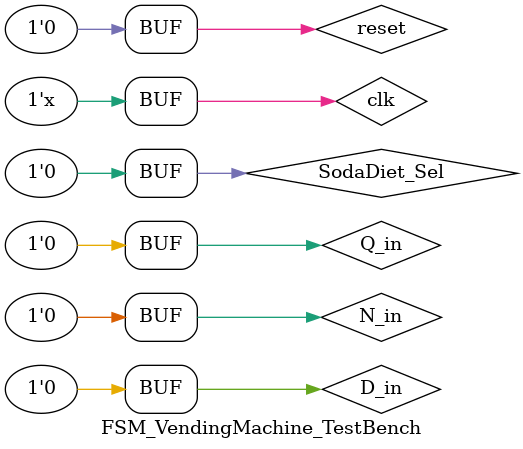
<source format=v>
`timescale 1ns / 1ps


module FSM_VendingMachine_TestBench;

	// Inputs
	reg N_in;
	reg D_in;
	reg Q_in;
	reg SodaDiet_Sel;
	reg clk;
	reg reset;

	// Outputs
	wire GiveDiet;
	wire GiveSoda;
	wire N_out;
	wire D_out;
	wire Q_out;

	// Instantiate the Unit Under Test (UUT)
	FSM_VendingMachine uut (
		.N_in(N_in), 
		.D_in(D_in), 
		.Q_in(Q_in), 
		.SodaDiet_Sel(SodaDiet_Sel), 
		.GiveDiet(GiveDiet), 
		.GiveSoda(GiveSoda), 
		.clk(clk), 
		.reset(reset), 
		.N_out(N_out), 
		.D_out(D_out), 
		.Q_out(Q_out)
	);

//Clock Generator
	always
		begin
			clk = ~clk;
			#5;
		end
	
	initial begin
		// Initialize Inputs
		N_in = 0;
		D_in = 0;
		Q_in = 0;
		SodaDiet_Sel = 0;
		clk = 0;
		reset = 0;

		// Wait 100 ns for global reset to finish
		#20;
		SodaDiet_Sel = 1;
		// Add stimulus here
		
		// N D N D N D Test Case
		N_in = 1;
		
		#15
		
		N_in = 0;
		
		#15
		
		D_in = 1;
		
		#15
		
		D_in = 0;
		
		#15
		
		N_in = 1;
		
		#15
		
		N_in = 0;
		
		#15
		
		D_in = 1;
		
		#15
		
		D_in = 0;
		
		#15
		
		N_in = 1;
		
		#15
		
		N_in = 0;
		
		#15
		
		D_in = 1;
		
		#15
		
		D_in = 0;
		
		// N D D D D test case
		#55	
		
		N_in = 1;
		
		#15
		
		N_in = 0;
		
		#15
		
		D_in = 1;
		
		#15
		
		D_in = 0;
		
		#15
		
		D_in = 1;
		
		#15
		
		D_in = 0;
		
		#15
		
		D_in = 1;
		
		#15
		
		D_in = 0;
		
		#15
		
		D_in = 1;
		
		#15
		
		D_in = 0;
		
		// D Q D Test Case
		#55
		
		D_in = 1;
		
		#15
		
		D_in = 0;
		
		#15
		
		Q_in = 1;
		
		#15
		
		Q_in = 0;
		
		#15
		
		D_in = 1;
		
		#15
		
		D_in = 0;

		// N Q D N Test Case
		#55
		SodaDiet_Sel = 0;
		
		N_in = 1;
		
		#15
		
		N_in = 0;
		
		#15
		
		Q_in = 1;
		
		#15
		
		Q_in = 0;
		
		#15
		
		D_in = 1;
		
		#15
		
		D_in = 0;
		
		#15

		N_in = 1;
		
		#15
		
		N_in = 0;
		
		
		// Q Q Test Case
		
		#55
		
		Q_in = 1;
		
		#15
		
		Q_in = 0;
		
		#15
		
		Q_in = 1;
		
		#15
		
		Q_in = 0;
		
		#15

		N_in = 1;
		
		#15
		
		N_in = 0;
	end
      
endmodule


</source>
